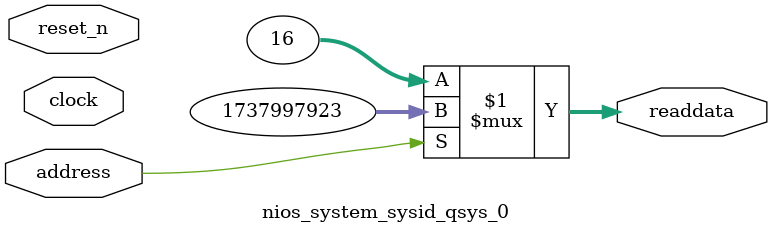
<source format=v>



// synthesis translate_off
`timescale 1ns / 1ps
// synthesis translate_on

// turn off superfluous verilog processor warnings 
// altera message_level Level1 
// altera message_off 10034 10035 10036 10037 10230 10240 10030 

module nios_system_sysid_qsys_0 (
               // inputs:
                address,
                clock,
                reset_n,

               // outputs:
                readdata
             )
;

  output  [ 31: 0] readdata;
  input            address;
  input            clock;
  input            reset_n;

  wire    [ 31: 0] readdata;
  //control_slave, which is an e_avalon_slave
  assign readdata = address ? 1737997923 : 16;

endmodule



</source>
